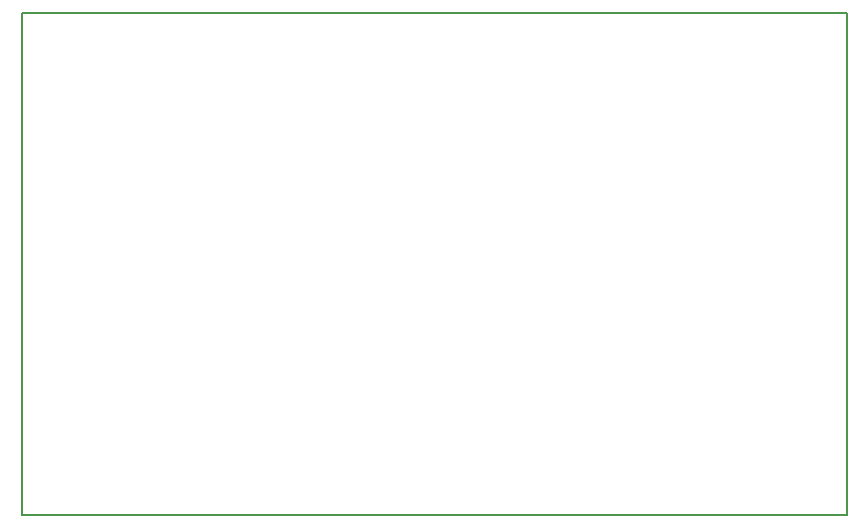
<source format=gm1>
G04 #@! TF.GenerationSoftware,KiCad,Pcbnew,5.0.2-bee76a0~70~ubuntu16.04.1*
G04 #@! TF.CreationDate,2019-02-24T18:58:32-05:00*
G04 #@! TF.ProjectId,chain_v03,63686169-6e5f-4763-9033-2e6b69636164,rev?*
G04 #@! TF.SameCoordinates,Original*
G04 #@! TF.FileFunction,Profile,NP*
%FSLAX46Y46*%
G04 Gerber Fmt 4.6, Leading zero omitted, Abs format (unit mm)*
G04 Created by KiCad (PCBNEW 5.0.2-bee76a0~70~ubuntu16.04.1) date Sun 24 Feb 2019 06:58:32 PM EST*
%MOMM*%
%LPD*%
G01*
G04 APERTURE LIST*
%ADD10C,0.150000*%
G04 APERTURE END LIST*
D10*
X40640000Y-107315000D02*
X40640000Y-64770000D01*
X42545000Y-107315000D02*
X40640000Y-107315000D01*
X110490000Y-107315000D02*
X42545000Y-107315000D01*
X110490000Y-64770000D02*
X110490000Y-107315000D01*
X40640000Y-64770000D02*
X110490000Y-64770000D01*
M02*

</source>
